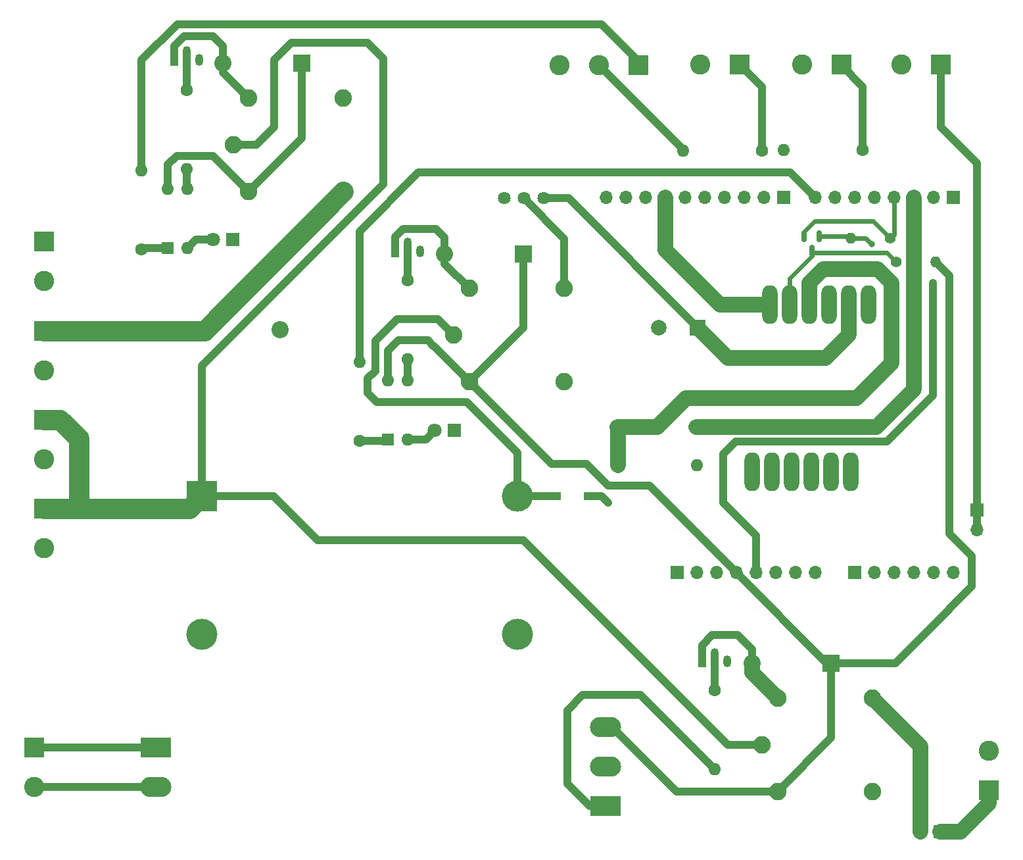
<source format=gbr>
%TF.GenerationSoftware,KiCad,Pcbnew,7.0.7*%
%TF.CreationDate,2025-08-28T15:07:29+07:00*%
%TF.ProjectId,uno-r4-shield-template,756e6f2d-7234-42d7-9368-69656c642d74,rev?*%
%TF.SameCoordinates,Original*%
%TF.FileFunction,Copper,L1,Top*%
%TF.FilePolarity,Positive*%
%FSLAX46Y46*%
G04 Gerber Fmt 4.6, Leading zero omitted, Abs format (unit mm)*
G04 Created by KiCad (PCBNEW 7.0.7) date 2025-08-28 15:07:29*
%MOMM*%
%LPD*%
G01*
G04 APERTURE LIST*
G04 Aperture macros list*
%AMRoundRect*
0 Rectangle with rounded corners*
0 $1 Rounding radius*
0 $2 $3 $4 $5 $6 $7 $8 $9 X,Y pos of 4 corners*
0 Add a 4 corners polygon primitive as box body*
4,1,4,$2,$3,$4,$5,$6,$7,$8,$9,$2,$3,0*
0 Add four circle primitives for the rounded corners*
1,1,$1+$1,$2,$3*
1,1,$1+$1,$4,$5*
1,1,$1+$1,$6,$7*
1,1,$1+$1,$8,$9*
0 Add four rect primitives between the rounded corners*
20,1,$1+$1,$2,$3,$4,$5,0*
20,1,$1+$1,$4,$5,$6,$7,0*
20,1,$1+$1,$6,$7,$8,$9,0*
20,1,$1+$1,$8,$9,$2,$3,0*%
G04 Aperture macros list end*
%TA.AperFunction,ComponentPad*%
%ADD10R,1.050000X1.500000*%
%TD*%
%TA.AperFunction,ComponentPad*%
%ADD11O,1.050000X1.500000*%
%TD*%
%TA.AperFunction,ComponentPad*%
%ADD12O,2.200000X2.200000*%
%TD*%
%TA.AperFunction,ComponentPad*%
%ADD13R,2.200000X2.200000*%
%TD*%
%TA.AperFunction,ComponentPad*%
%ADD14C,2.250000*%
%TD*%
%TA.AperFunction,ComponentPad*%
%ADD15C,2.600000*%
%TD*%
%TA.AperFunction,ComponentPad*%
%ADD16R,2.600000X2.600000*%
%TD*%
%TA.AperFunction,ComponentPad*%
%ADD17O,1.600000X1.600000*%
%TD*%
%TA.AperFunction,ComponentPad*%
%ADD18C,1.600000*%
%TD*%
%TA.AperFunction,ComponentPad*%
%ADD19R,1.700000X1.700000*%
%TD*%
%TA.AperFunction,ComponentPad*%
%ADD20O,1.700000X1.700000*%
%TD*%
%TA.AperFunction,ComponentPad*%
%ADD21C,1.400000*%
%TD*%
%TA.AperFunction,ComponentPad*%
%ADD22O,1.400000X1.400000*%
%TD*%
%TA.AperFunction,SMDPad,CuDef*%
%ADD23RoundRect,0.150000X-0.150000X0.587500X-0.150000X-0.587500X0.150000X-0.587500X0.150000X0.587500X0*%
%TD*%
%TA.AperFunction,ComponentPad*%
%ADD24C,1.635000*%
%TD*%
%TA.AperFunction,ComponentPad*%
%ADD25R,2.000000X2.000000*%
%TD*%
%TA.AperFunction,ComponentPad*%
%ADD26C,2.000000*%
%TD*%
%TA.AperFunction,ComponentPad*%
%ADD27R,1.600000X1.600000*%
%TD*%
%TA.AperFunction,ComponentPad*%
%ADD28R,4.000000X2.600000*%
%TD*%
%TA.AperFunction,ComponentPad*%
%ADD29O,4.000000X2.600000*%
%TD*%
%TA.AperFunction,SMDPad,CuDef*%
%ADD30R,1.000000X1.000000*%
%TD*%
%TA.AperFunction,ComponentPad*%
%ADD31R,1.800000X1.800000*%
%TD*%
%TA.AperFunction,ComponentPad*%
%ADD32C,1.800000*%
%TD*%
%TA.AperFunction,ComponentPad*%
%ADD33O,2.000000X5.000000*%
%TD*%
%TA.AperFunction,ComponentPad*%
%ADD34C,4.000000*%
%TD*%
%TA.AperFunction,ComponentPad*%
%ADD35R,4.000000X4.000000*%
%TD*%
%TA.AperFunction,ViaPad*%
%ADD36C,0.800000*%
%TD*%
%TA.AperFunction,Conductor*%
%ADD37C,1.000000*%
%TD*%
%TA.AperFunction,Conductor*%
%ADD38C,0.600000*%
%TD*%
%TA.AperFunction,Conductor*%
%ADD39C,2.000000*%
%TD*%
%TA.AperFunction,Conductor*%
%ADD40C,2.600000*%
%TD*%
G04 APERTURE END LIST*
D10*
%TO.P,Q2,1,C*%
%TO.N,Net-(D4-A)*%
X101610000Y-41500000D03*
D11*
%TO.P,Q2,2,B*%
%TO.N,Net-(Q2-B)*%
X103230000Y-40500000D03*
%TO.P,Q2,3,E*%
%TO.N,GND*%
X104850000Y-41500000D03*
%TD*%
D10*
%TO.P,Q1,1,C*%
%TO.N,Net-(D3-A)*%
X130055000Y-66140000D03*
D11*
%TO.P,Q1,2,B*%
%TO.N,Net-(Q1-B)*%
X131675000Y-65140000D03*
%TO.P,Q1,3,E*%
%TO.N,GND*%
X133295000Y-66140000D03*
%TD*%
%TO.P,Q3,3,E*%
%TO.N,GND*%
X172810000Y-118900000D03*
%TO.P,Q3,2,B*%
%TO.N,Net-(Q3-B)*%
X171190000Y-117900000D03*
D10*
%TO.P,Q3,1,C*%
%TO.N,Net-(D6-A)*%
X169570000Y-118900000D03*
%TD*%
D12*
%TO.P,D6,2,A*%
%TO.N,Net-(D6-A)*%
X176040000Y-119100000D03*
D13*
%TO.P,D6,1,K*%
%TO.N,+3.3V*%
X186200000Y-119100000D03*
%TD*%
D14*
%TO.P,K3,5,5*%
%TO.N,Net-(D6-A)*%
X179312500Y-123600000D03*
%TO.P,K3,4,4*%
%TO.N,Pilot_Lamp*%
X191512500Y-123600000D03*
%TO.P,K3,3,3*%
%TO.N,unconnected-(K3-Pad3)*%
X191512500Y-135600000D03*
%TO.P,K3,2,2*%
%TO.N,+3.3V*%
X179312500Y-135600000D03*
%TO.P,K3,1,1*%
%TO.N,+12V*%
X177312500Y-129600000D03*
%TD*%
D15*
%TO.P,J15,2,Pin_2*%
%TO.N,GND*%
X206520000Y-130400000D03*
D16*
%TO.P,J15,1,Pin_1*%
%TO.N,Pilot_Lamp_Out*%
X206520000Y-135480000D03*
%TD*%
D17*
%TO.P,R9,2*%
%TO.N,Net-(J17-Pin_1)*%
X171220000Y-132780000D03*
D18*
%TO.P,R9,1*%
%TO.N,Net-(Q3-B)*%
X171220000Y-122620000D03*
%TD*%
D19*
%TO.P,J19,1,Pin_1*%
%TO.N,Pilot_Lamp_Out*%
X200200000Y-140800000D03*
D20*
%TO.P,J19,2,Pin_2*%
%TO.N,Pilot_Lamp*%
X197660000Y-140800000D03*
%TD*%
D19*
%TO.P,J18,1,Pin_1*%
%TO.N,Net-(J18-Pin_1)*%
X205000000Y-99400000D03*
D20*
%TO.P,J18,2,Pin_2*%
X205000000Y-101940000D03*
%TD*%
D21*
%TO.P,R8,1*%
%TO.N,GSM_TXD*%
X194560000Y-67500000D03*
D22*
%TO.P,R8,2*%
%TO.N,+3.3V*%
X199640000Y-67500000D03*
%TD*%
D21*
%TO.P,R3,1*%
%TO.N,D3~*%
X193840000Y-64400000D03*
D22*
%TO.P,R3,2*%
%TO.N,+5V*%
X188760000Y-64400000D03*
%TD*%
D23*
%TO.P,Q4,1,G*%
%TO.N,+5V*%
X184650000Y-64162500D03*
%TO.P,Q4,2,S*%
%TO.N,D3~*%
X182750000Y-64162500D03*
%TO.P,Q4,3,D*%
%TO.N,GSM_TXD*%
X183700000Y-66037500D03*
%TD*%
D13*
%TO.P,D4,1,K*%
%TO.N,+3.3V*%
X118060000Y-41900000D03*
D12*
%TO.P,D4,2,A*%
%TO.N,Net-(D4-A)*%
X107900000Y-41900000D03*
%TD*%
D16*
%TO.P,J9,1,Pin_1*%
%TO.N,Coin_Acceptor_VCC*%
X84869042Y-76340427D03*
D15*
%TO.P,J9,2,Pin_2*%
%TO.N,GND*%
X84869042Y-81420427D03*
%TD*%
D18*
%TO.P,R7,1*%
%TO.N,Net-(Q2-B)*%
X103200000Y-45360000D03*
D17*
%TO.P,R7,2*%
%TO.N,Net-(R7-Pad2)*%
X103200000Y-55520000D03*
%TD*%
D13*
%TO.P,D7,1,K*%
%TO.N,Coin_Acceptor_VCC*%
X105040000Y-76200000D03*
D12*
%TO.P,D7,2,A*%
%TO.N,GND*%
X115200000Y-76200000D03*
%TD*%
D24*
%TO.P,S1,1,1*%
%TO.N,Net-(GSM_Module1-Vcc)*%
X149180000Y-59300000D03*
%TO.P,S1,2,2*%
%TO.N,GSM_VCC*%
X146640000Y-59300000D03*
%TO.P,S1,3,3*%
%TO.N,unconnected-(S1-Pad3)*%
X144100000Y-59300000D03*
%TD*%
D18*
%TO.P,R2,1*%
%TO.N,Net-(GSM_Module1-RXD)*%
X158711733Y-93600000D03*
D17*
%TO.P,R2,2*%
%TO.N,GND*%
X168871733Y-93600000D03*
%TD*%
D16*
%TO.P,J6,1,Pin_1*%
%TO.N,Net-(J6-Pin_1)*%
X187500000Y-42100000D03*
D15*
%TO.P,J6,2,Pin_2*%
%TO.N,GND*%
X182420000Y-42100000D03*
%TD*%
D25*
%TO.P,C1,1*%
%TO.N,Net-(GSM_Module1-Vcc)*%
X169000000Y-75900000D03*
D26*
%TO.P,C1,2*%
%TO.N,GND*%
X164000000Y-75900000D03*
%TD*%
D18*
%TO.P,R5,1*%
%TO.N,Net-(R5-Pad1)*%
X97400000Y-65840000D03*
D17*
%TO.P,R5,2*%
%TO.N,Coin_Enable*%
X97400000Y-55680000D03*
%TD*%
D27*
%TO.P,U3,1*%
%TO.N,Net-(R5-Pad1)*%
X100725000Y-65700000D03*
D17*
%TO.P,U3,2*%
%TO.N,Net-(D2-A)*%
X103265000Y-65700000D03*
%TO.P,U3,3*%
%TO.N,Net-(R7-Pad2)*%
X103265000Y-58080000D03*
%TO.P,U3,4*%
%TO.N,+3.3V*%
X100725000Y-58080000D03*
%TD*%
D27*
%TO.P,U2,1*%
%TO.N,Net-(R4-Pad1)*%
X129160000Y-90300000D03*
D17*
%TO.P,U2,2*%
%TO.N,Net-(D1-A)*%
X131700000Y-90300000D03*
%TO.P,U2,3*%
%TO.N,Net-(R6-Pad2)*%
X131700000Y-82680000D03*
%TO.P,U2,4*%
%TO.N,+3.3V*%
X129160000Y-82680000D03*
%TD*%
D18*
%TO.P,R1,1*%
%TO.N,D2*%
X168851733Y-88700000D03*
D17*
%TO.P,R1,2*%
%TO.N,Net-(GSM_Module1-RXD)*%
X158691733Y-88700000D03*
%TD*%
D16*
%TO.P,J20,1,Pin_1*%
%TO.N,Coin_Enable*%
X161380000Y-42200000D03*
D15*
%TO.P,J20,2,Pin_2*%
%TO.N,Green_LED*%
X156300000Y-42200000D03*
%TO.P,J20,3,Pin_3*%
%TO.N,GND*%
X151220000Y-42200000D03*
%TD*%
D28*
%TO.P,J12,1,Pin_1*%
%TO.N,Net-(J12-Pin_1)*%
X99205000Y-129925000D03*
D29*
%TO.P,J12,2,Pin_2*%
%TO.N,Net-(J12-Pin_2)*%
X99205000Y-135005000D03*
%TD*%
D16*
%TO.P,J7,1,Pin_1*%
%TO.N,+12V*%
X84869042Y-99240427D03*
D15*
%TO.P,J7,2,Pin_2*%
%TO.N,GND*%
X84869042Y-104320427D03*
%TD*%
D16*
%TO.P,J16,1,Pin_1*%
%TO.N,Net-(J12-Pin_1)*%
X83605000Y-129925000D03*
D15*
%TO.P,J16,2,Pin_2*%
%TO.N,Net-(J12-Pin_2)*%
X83605000Y-135005000D03*
%TD*%
D14*
%TO.P,K1,1,1*%
%TO.N,+4V*%
X137620000Y-76880000D03*
%TO.P,K1,2,2*%
%TO.N,+3.3V*%
X139620000Y-82880000D03*
%TO.P,K1,3,3*%
%TO.N,unconnected-(K1-Pad3)*%
X151820000Y-82880000D03*
%TO.P,K1,4,4*%
%TO.N,GSM_VCC*%
X151820000Y-70880000D03*
%TO.P,K1,5,5*%
%TO.N,Net-(D3-A)*%
X139620000Y-70880000D03*
%TD*%
D16*
%TO.P,J3,1,Pin_1*%
%TO.N,Net-(J18-Pin_1)*%
X200300000Y-42100000D03*
D15*
%TO.P,J3,2,Pin_2*%
%TO.N,GND*%
X195220000Y-42100000D03*
%TD*%
D16*
%TO.P,J14,1,Pin_1*%
%TO.N,Net-(J14-Pin_1)*%
X174400000Y-42105000D03*
D15*
%TO.P,J14,2,Pin_2*%
%TO.N,GND*%
X169320000Y-42105000D03*
%TD*%
D18*
%TO.P,R4,1*%
%TO.N,Net-(R4-Pad1)*%
X125445000Y-90500000D03*
D17*
%TO.P,R4,2*%
%TO.N,GSM_Reset*%
X125445000Y-80340000D03*
%TD*%
D30*
%TO.P,TP2,1,1*%
%TO.N,GND*%
X154900000Y-97600000D03*
%TD*%
D31*
%TO.P,D2,1,K*%
%TO.N,GND*%
X109175000Y-64600000D03*
D32*
%TO.P,D2,2,A*%
%TO.N,Net-(D2-A)*%
X106635000Y-64600000D03*
%TD*%
D16*
%TO.P,J8,1,Pin_1*%
%TO.N,+12V*%
X84869042Y-87775427D03*
D15*
%TO.P,J8,2,Pin_2*%
%TO.N,GND*%
X84869042Y-92855427D03*
%TD*%
D18*
%TO.P,R12,1*%
%TO.N,Net-(J14-Pin_1)*%
X177260000Y-53200000D03*
D17*
%TO.P,R12,2*%
%TO.N,Green_LED*%
X167100000Y-53200000D03*
%TD*%
D33*
%TO.P,GSM_Module1,1,Net*%
%TO.N,unconnected-(GSM_Module1-Net-Pad1)*%
X190991733Y-73000000D03*
%TO.P,GSM_Module1,2,Vcc*%
%TO.N,Net-(GSM_Module1-Vcc)*%
X188451733Y-73000000D03*
%TO.P,GSM_Module1,3,RST*%
%TO.N,unconnected-(GSM_Module1-RST-Pad3)*%
X185911733Y-73000000D03*
%TO.P,GSM_Module1,4,RXD*%
%TO.N,Net-(GSM_Module1-RXD)*%
X183371733Y-73000000D03*
%TO.P,GSM_Module1,5,TXD*%
%TO.N,GSM_TXD*%
X180831733Y-73000000D03*
%TO.P,GSM_Module1,6,GND*%
%TO.N,GND1*%
X178291733Y-73000000D03*
%TO.P,GSM_Module1,7,RING*%
%TO.N,unconnected-(GSM_Module1-RING-Pad7)*%
X188691733Y-94500000D03*
%TO.P,GSM_Module1,8,DTR*%
%TO.N,unconnected-(GSM_Module1-DTR-Pad8)*%
X186151733Y-94500000D03*
%TO.P,GSM_Module1,9,MIC+*%
%TO.N,unconnected-(GSM_Module1-MIC+-Pad9)*%
X183611733Y-94500000D03*
%TO.P,GSM_Module1,10,MIC-*%
%TO.N,unconnected-(GSM_Module1-MIC--Pad10)*%
X181071733Y-94500000D03*
%TO.P,GSM_Module1,11,SPKR+*%
%TO.N,unconnected-(GSM_Module1-SPKR+-Pad11)*%
X178531733Y-94500000D03*
%TO.P,GSM_Module1,12,SPKR-*%
%TO.N,unconnected-(GSM_Module1-SPKR--Pad12)*%
X175991733Y-94500000D03*
%TD*%
D13*
%TO.P,D3,1,K*%
%TO.N,+3.3V*%
X146600000Y-66480000D03*
D12*
%TO.P,D3,2,A*%
%TO.N,Net-(D3-A)*%
X136440000Y-66480000D03*
%TD*%
D34*
%TO.P,U1,4,Vout*%
%TO.N,+4V*%
X145820000Y-97610000D03*
%TO.P,U1,3,GND*%
%TO.N,GND*%
X145820000Y-115390000D03*
%TO.P,U1,2,GND*%
X105180000Y-115390000D03*
D35*
%TO.P,U1,1,Vin*%
%TO.N,+12V*%
X105180000Y-97610000D03*
%TD*%
D31*
%TO.P,D1,1,K*%
%TO.N,GND*%
X137700000Y-89180000D03*
D32*
%TO.P,D1,2,A*%
%TO.N,Net-(D1-A)*%
X135160000Y-89180000D03*
%TD*%
D18*
%TO.P,R6,1*%
%TO.N,Net-(Q1-B)*%
X131700000Y-69840000D03*
D17*
%TO.P,R6,2*%
%TO.N,Net-(R6-Pad2)*%
X131700000Y-80000000D03*
%TD*%
D30*
%TO.P,TP1,1,1*%
%TO.N,+4V*%
X150900000Y-97600000D03*
%TD*%
D18*
%TO.P,R11,1*%
%TO.N,Net-(J6-Pin_1)*%
X190215000Y-53105000D03*
D17*
%TO.P,R11,2*%
%TO.N,Arduino_LED*%
X180055000Y-53105000D03*
%TD*%
D16*
%TO.P,J13,1,Pin_1*%
%TO.N,GND*%
X84869042Y-64840427D03*
D15*
%TO.P,J13,2,Pin_2*%
X84869042Y-69920427D03*
%TD*%
D28*
%TO.P,J17,1,Pin_1*%
%TO.N,Net-(J17-Pin_1)*%
X157105000Y-137485000D03*
D29*
%TO.P,J17,2,Pin_2*%
%TO.N,unconnected-(J17-Pin_2-Pad2)*%
X157105000Y-132405000D03*
%TO.P,J17,3,Pin_3*%
%TO.N,+3.3V*%
X157105000Y-127325000D03*
%TD*%
D14*
%TO.P,K2,1,1*%
%TO.N,+12V*%
X109200000Y-52400000D03*
%TO.P,K2,2,2*%
%TO.N,+3.3V*%
X111200000Y-58400000D03*
%TO.P,K2,3,3*%
%TO.N,Coin_Acceptor_VCC*%
X123400000Y-58400000D03*
%TO.P,K2,4,4*%
%TO.N,unconnected-(K2-Pad4)*%
X123400000Y-46400000D03*
%TO.P,K2,5,5*%
%TO.N,Net-(D4-A)*%
X111200000Y-46400000D03*
%TD*%
D19*
%TO.P,J1,1,Pin_1*%
%TO.N,BOOT*%
X166361733Y-107465000D03*
D20*
%TO.P,J1,2,Pin_2*%
%TO.N,IOREF*%
X168901733Y-107465000D03*
%TO.P,J1,3,Pin_3*%
%TO.N,RESET*%
X171441733Y-107465000D03*
%TO.P,J1,4,Pin_4*%
%TO.N,+3.3V*%
X173981733Y-107465000D03*
%TO.P,J1,5,Pin_5*%
%TO.N,+5V*%
X176521733Y-107465000D03*
%TO.P,J1,6,Pin_6*%
%TO.N,GND*%
X179061733Y-107465000D03*
%TO.P,J1,7,Pin_7*%
X181601733Y-107465000D03*
%TO.P,J1,8,Pin_8*%
%TO.N,+VSW*%
X184141733Y-107465000D03*
%TD*%
D19*
%TO.P,J4,1,Pin_1*%
%TO.N,Arduino_LED*%
X180091733Y-59200000D03*
D20*
%TO.P,J4,2,Pin_2*%
%TO.N,D9~*%
X177551733Y-59200000D03*
%TO.P,J4,3,Pin_3*%
%TO.N,D10~*%
X175011733Y-59200000D03*
%TO.P,J4,4,Pin_4*%
%TO.N,D11~*%
X172471733Y-59200000D03*
%TO.P,J4,5,Pin_5*%
%TO.N,D12*%
X169931733Y-59200000D03*
%TO.P,J4,6,Pin_6*%
%TO.N,D13*%
X167391733Y-59200000D03*
%TO.P,J4,7,Pin_7*%
%TO.N,GND1*%
X164851733Y-59200000D03*
%TO.P,J4,8,Pin_8*%
%TO.N,AREF*%
X162311733Y-59200000D03*
%TO.P,J4,9,Pin_9*%
%TO.N,D18*%
X159771733Y-59200000D03*
%TO.P,J4,10,Pin_10*%
%TO.N,D19*%
X157231733Y-59200000D03*
%TD*%
D19*
%TO.P,J2,1,Pin_1*%
%TO.N,A0{slash}D14*%
X189226733Y-107465000D03*
D20*
%TO.P,J2,2,Pin_2*%
%TO.N,A1{slash}D15*%
X191766733Y-107465000D03*
%TO.P,J2,3,Pin_3*%
%TO.N,A2{slash}D16*%
X194306733Y-107465000D03*
%TO.P,J2,4,Pin_4*%
%TO.N,A3{slash}D17*%
X196846733Y-107465000D03*
%TO.P,J2,5,Pin_5*%
%TO.N,A4{slash}D18*%
X199386733Y-107465000D03*
%TO.P,J2,6,Pin_6*%
%TO.N,A5{slash}D19*%
X201926733Y-107465000D03*
%TD*%
D19*
%TO.P,J5,1,Pin_1*%
%TO.N,D0*%
X201891733Y-59200000D03*
D20*
%TO.P,J5,2,Pin_2*%
%TO.N,D1*%
X199351733Y-59200000D03*
%TO.P,J5,3,Pin_3*%
%TO.N,D2*%
X196811733Y-59200000D03*
%TO.P,J5,4,Pin_4*%
%TO.N,D3~*%
X194271733Y-59200000D03*
%TO.P,J5,5,Pin_5*%
%TO.N,D4*%
X191731733Y-59200000D03*
%TO.P,J5,6,Pin_6*%
%TO.N,D5~*%
X189191733Y-59200000D03*
%TO.P,J5,7,Pin_7*%
%TO.N,D6~*%
X186651733Y-59200000D03*
%TO.P,J5,8,Pin_8*%
%TO.N,GSM_Reset*%
X184111733Y-59200000D03*
%TD*%
D36*
%TO.N,+5V*%
X191400000Y-65200000D03*
X199300000Y-70200000D03*
%TO.N,GND*%
X157500000Y-98500000D03*
%TD*%
D37*
%TO.N,Net-(J17-Pin_1)*%
X152200000Y-125200000D02*
X154200000Y-123200000D01*
X161640000Y-123200000D02*
X171220000Y-132780000D01*
X155085000Y-137485000D02*
X152200000Y-134600000D01*
X152200000Y-134600000D02*
X152200000Y-125200000D01*
X154200000Y-123200000D02*
X161640000Y-123200000D01*
X157105000Y-137485000D02*
X155085000Y-137485000D01*
D38*
%TO.N,GSM_TXD*%
X193360000Y-66300000D02*
X194560000Y-67500000D01*
X183962500Y-66300000D02*
X193360000Y-66300000D01*
X183700000Y-66037500D02*
X183962500Y-66300000D01*
D37*
%TO.N,+3.3V*%
X158025000Y-127325000D02*
X157105000Y-127325000D01*
X166300000Y-135600000D02*
X158025000Y-127325000D01*
X179312500Y-135600000D02*
X166300000Y-135600000D01*
%TO.N,+12V*%
X177312500Y-129600000D02*
X172900000Y-129600000D01*
X172900000Y-129600000D02*
X146600000Y-103300000D01*
X146600000Y-103300000D02*
X146400000Y-103300000D01*
X146400000Y-103300000D02*
X120100000Y-103300000D01*
%TO.N,+3.3V*%
X186200000Y-128712500D02*
X186200000Y-119100000D01*
X179312500Y-135600000D02*
X186200000Y-128712500D01*
%TO.N,Net-(Q3-B)*%
X171190000Y-122590000D02*
X171220000Y-122620000D01*
X171190000Y-117900000D02*
X171190000Y-122590000D01*
%TO.N,Net-(D6-A)*%
X174200000Y-115500000D02*
X176040000Y-117340000D01*
X176040000Y-117340000D02*
X176040000Y-119100000D01*
X169570000Y-116830000D02*
X170900000Y-115500000D01*
X169570000Y-118900000D02*
X169570000Y-116830000D01*
X170900000Y-115500000D02*
X174200000Y-115500000D01*
D39*
X176040000Y-120327500D02*
X179312500Y-123600000D01*
X176040000Y-119100000D02*
X176040000Y-120327500D01*
D37*
%TO.N,+3.3V*%
X185616733Y-119100000D02*
X173981733Y-107465000D01*
X186200000Y-119100000D02*
X185616733Y-119100000D01*
X201400000Y-112200000D02*
X194500000Y-119100000D01*
X201400000Y-112100000D02*
X201400000Y-112200000D01*
X204300000Y-109200000D02*
X201400000Y-112100000D01*
X194500000Y-119100000D02*
X186200000Y-119100000D01*
%TO.N,Net-(D4-A)*%
X102900000Y-38400000D02*
X101610000Y-39690000D01*
X106600000Y-38400000D02*
X102900000Y-38400000D01*
X107900000Y-39700000D02*
X106600000Y-38400000D01*
X101610000Y-39690000D02*
X101610000Y-41500000D01*
X107900000Y-41900000D02*
X107900000Y-39700000D01*
%TO.N,Coin_Enable*%
X102000000Y-36900000D02*
X97400000Y-41500000D01*
X97400000Y-41500000D02*
X97400000Y-55680000D01*
X156600000Y-36900000D02*
X102000000Y-36900000D01*
X161380000Y-41680000D02*
X156600000Y-36900000D01*
X161380000Y-42200000D02*
X161380000Y-41680000D01*
%TO.N,Net-(Q2-B)*%
X103200000Y-45360000D02*
X103200000Y-40530000D01*
X103200000Y-40530000D02*
X103230000Y-40500000D01*
%TO.N,Net-(D3-A)*%
X136440000Y-64340000D02*
X136440000Y-66480000D01*
X135300000Y-63200000D02*
X136440000Y-64340000D01*
X130055000Y-64245000D02*
X131100000Y-63200000D01*
X131100000Y-63200000D02*
X135300000Y-63200000D01*
X130055000Y-66140000D02*
X130055000Y-64245000D01*
%TO.N,Net-(Q1-B)*%
X131675000Y-69815000D02*
X131700000Y-69840000D01*
X131675000Y-65140000D02*
X131675000Y-69815000D01*
D39*
%TO.N,Pilot_Lamp*%
X197660000Y-129747500D02*
X191512500Y-123600000D01*
X197660000Y-140800000D02*
X197660000Y-129747500D01*
%TO.N,Pilot_Lamp_Out*%
X206520000Y-137180000D02*
X206520000Y-135480000D01*
X202900000Y-140800000D02*
X206520000Y-137180000D01*
X200200000Y-140800000D02*
X202900000Y-140800000D01*
D38*
%TO.N,+5V*%
X190600000Y-64400000D02*
X188760000Y-64400000D01*
X191400000Y-65200000D02*
X190600000Y-64400000D01*
D37*
X199300000Y-70200000D02*
X199300000Y-70300000D01*
%TO.N,+3.3V*%
X201400000Y-69260000D02*
X199640000Y-67500000D01*
X201400000Y-102400000D02*
X201400000Y-69260000D01*
X204300000Y-105300000D02*
X201400000Y-102400000D01*
X204300000Y-109200000D02*
X204300000Y-105300000D01*
%TO.N,+5V*%
X193400000Y-90600000D02*
X199300000Y-84700000D01*
X173900000Y-90600000D02*
X193400000Y-90600000D01*
X172300000Y-92200000D02*
X173900000Y-90600000D01*
X199300000Y-84700000D02*
X199300000Y-70200000D01*
X172300000Y-98500000D02*
X172300000Y-92200000D01*
X176521733Y-102721733D02*
X172300000Y-98500000D01*
X176521733Y-107465000D02*
X176521733Y-102721733D01*
D38*
X188522500Y-64162500D02*
X188760000Y-64400000D01*
X184650000Y-64162500D02*
X188522500Y-64162500D01*
%TO.N,D3~*%
X194271733Y-63968267D02*
X193840000Y-64400000D01*
X194271733Y-59200000D02*
X194271733Y-63968267D01*
X191640000Y-62200000D02*
X193840000Y-64400000D01*
X184100000Y-62200000D02*
X191640000Y-62200000D01*
X182750000Y-64162500D02*
X182750000Y-63550000D01*
X182750000Y-63550000D02*
X184100000Y-62200000D01*
%TO.N,GSM_TXD*%
X180831733Y-69568267D02*
X180831733Y-73000000D01*
X183700000Y-66700000D02*
X180831733Y-69568267D01*
X183700000Y-66037500D02*
X183700000Y-66700000D01*
D37*
%TO.N,GND*%
X156600000Y-97600000D02*
X157500000Y-98500000D01*
X154900000Y-97600000D02*
X156600000Y-97600000D01*
%TO.N,Net-(D1-A)*%
X131700000Y-90300000D02*
X134040000Y-90300000D01*
X134040000Y-90300000D02*
X135160000Y-89180000D01*
D39*
%TO.N,D2*%
X191991733Y-88700000D02*
X168851733Y-88700000D01*
X196811733Y-83880000D02*
X191991733Y-88700000D01*
X196811733Y-59200000D02*
X196811733Y-83880000D01*
D37*
%TO.N,Net-(D2-A)*%
X106635000Y-64600000D02*
X104365000Y-64600000D01*
X104365000Y-64600000D02*
X103265000Y-65700000D01*
D39*
%TO.N,Net-(GSM_Module1-Vcc)*%
X188451733Y-76840000D02*
X185491733Y-79800000D01*
X172900000Y-79800000D02*
X169000000Y-75900000D01*
D37*
X149180000Y-59300000D02*
X152400000Y-59300000D01*
D39*
X188451733Y-73000000D02*
X188451733Y-76840000D01*
D37*
X152400000Y-59300000D02*
X169000000Y-75900000D01*
D39*
X185491733Y-79800000D02*
X172900000Y-79800000D01*
%TO.N,Net-(GSM_Module1-RXD)*%
X193991733Y-70200000D02*
X193991733Y-80500000D01*
X185191733Y-68400000D02*
X192191733Y-68400000D01*
X183371733Y-73000000D02*
X183371733Y-70220000D01*
X158711733Y-88720000D02*
X158691733Y-88700000D01*
X193991733Y-80500000D02*
X189491733Y-85000000D01*
X183371733Y-70220000D02*
X185191733Y-68400000D01*
X167491733Y-85000000D02*
X163791733Y-88700000D01*
X158711733Y-93600000D02*
X158711733Y-88720000D01*
X163791733Y-88700000D02*
X158691733Y-88700000D01*
X192191733Y-68400000D02*
X193991733Y-70200000D01*
X189491733Y-85000000D02*
X167491733Y-85000000D01*
D37*
%TO.N,+3.3V*%
X118060000Y-51540000D02*
X118060000Y-41900000D01*
X139620000Y-82880000D02*
X150240000Y-93500000D01*
X157500000Y-96300000D02*
X154700000Y-93500000D01*
X111200000Y-58400000D02*
X118060000Y-51540000D01*
X129160000Y-82680000D02*
X129160000Y-78920000D01*
X101900000Y-53800000D02*
X100725000Y-54975000D01*
X146600000Y-66480000D02*
X146600000Y-75900000D01*
X146600000Y-75900000D02*
X139620000Y-82880000D01*
X106600000Y-53800000D02*
X101900000Y-53800000D01*
X129160000Y-78920000D02*
X130500000Y-77580000D01*
X130500000Y-77580000D02*
X134300000Y-77580000D01*
X135000000Y-78280000D02*
X135020000Y-78280000D01*
X100725000Y-54975000D02*
X100725000Y-58080000D01*
X111200000Y-58400000D02*
X106600000Y-53800000D01*
X162816733Y-96300000D02*
X157500000Y-96300000D01*
X150240000Y-93500000D02*
X154700000Y-93500000D01*
X173981733Y-107465000D02*
X162816733Y-96300000D01*
X134300000Y-77580000D02*
X135000000Y-78280000D01*
X135020000Y-78280000D02*
X139620000Y-82880000D01*
%TO.N,Net-(J12-Pin_1)*%
X83605000Y-129925000D02*
X99205000Y-129925000D01*
D39*
%TO.N,GND1*%
X168291733Y-69400000D02*
X164851733Y-65960000D01*
X171891733Y-73000000D02*
X168291733Y-69400000D01*
X178291733Y-73000000D02*
X171891733Y-73000000D01*
X164851733Y-65960000D02*
X164851733Y-59200000D01*
D37*
%TO.N,Net-(D3-A)*%
X136440000Y-67700000D02*
X139620000Y-70880000D01*
X136440000Y-66480000D02*
X136440000Y-67700000D01*
%TO.N,Net-(D4-A)*%
X107900000Y-43100000D02*
X111200000Y-46400000D01*
X107900000Y-41900000D02*
X107900000Y-43100000D01*
%TO.N,GSM_Reset*%
X180911733Y-56000000D02*
X133000000Y-56000000D01*
X184111733Y-59200000D02*
X180911733Y-56000000D01*
X125445000Y-63555000D02*
X125445000Y-80340000D01*
X133000000Y-56000000D02*
X125445000Y-63555000D01*
%TO.N,Net-(J6-Pin_1)*%
X190215000Y-53105000D02*
X190215000Y-44915000D01*
X190215000Y-44915000D02*
X187500000Y-42200000D01*
D40*
%TO.N,+12V*%
X86875427Y-87775427D02*
X84869042Y-87775427D01*
D37*
X105180000Y-80820000D02*
X105180000Y-97610000D01*
X114410000Y-97610000D02*
X105180000Y-97610000D01*
X120100000Y-103300000D02*
X114410000Y-97610000D01*
D40*
X89300000Y-99240427D02*
X89300000Y-90200000D01*
D37*
X116700000Y-39300000D02*
X126500000Y-39300000D01*
D40*
X89300000Y-90200000D02*
X86875427Y-87775427D01*
D37*
X109200000Y-52400000D02*
X112200000Y-52400000D01*
D40*
X89300000Y-99240427D02*
X103549573Y-99240427D01*
D37*
X114500000Y-50100000D02*
X114500000Y-41500000D01*
X114500000Y-41500000D02*
X116700000Y-39300000D01*
X128500000Y-57500000D02*
X105180000Y-80820000D01*
X112200000Y-52400000D02*
X114500000Y-50100000D01*
D40*
X84869042Y-99240427D02*
X89300000Y-99240427D01*
X103549573Y-99240427D02*
X105180000Y-97610000D01*
D37*
X126500000Y-39300000D02*
X128500000Y-41300000D01*
X128500000Y-41300000D02*
X128500000Y-57500000D01*
D40*
%TO.N,Coin_Acceptor_VCC*%
X105459573Y-76340427D02*
X123400000Y-58400000D01*
X84869042Y-76340427D02*
X105459573Y-76340427D01*
D37*
%TO.N,Net-(J12-Pin_2)*%
X83605000Y-135005000D02*
X99205000Y-135005000D01*
%TO.N,Net-(J14-Pin_1)*%
X177260000Y-44965000D02*
X174400000Y-42105000D01*
X177260000Y-53200000D02*
X177260000Y-44965000D01*
%TO.N,+4V*%
X127700000Y-85500000D02*
X139300000Y-85500000D01*
X145820000Y-97610000D02*
X150890000Y-97610000D01*
X127500000Y-77600000D02*
X127500000Y-81500000D01*
X130300000Y-74800000D02*
X127500000Y-77600000D01*
X135540000Y-74800000D02*
X130300000Y-74800000D01*
X137620000Y-76880000D02*
X135540000Y-74800000D01*
X145820000Y-92020000D02*
X145820000Y-97610000D01*
X126500000Y-82500000D02*
X126500000Y-84300000D01*
X126500000Y-84300000D02*
X127700000Y-85500000D01*
X139300000Y-85500000D02*
X145820000Y-92020000D01*
X150890000Y-97610000D02*
X150900000Y-97600000D01*
X127500000Y-81500000D02*
X126500000Y-82500000D01*
%TO.N,GSM_VCC*%
X151820000Y-64480000D02*
X151820000Y-70880000D01*
X146640000Y-59300000D02*
X151820000Y-64480000D01*
%TO.N,Net-(R4-Pad1)*%
X128940000Y-90520000D02*
X129160000Y-90300000D01*
X125900000Y-90520000D02*
X128940000Y-90520000D01*
%TO.N,Net-(R5-Pad1)*%
X97540000Y-65700000D02*
X97400000Y-65840000D01*
X100725000Y-65700000D02*
X97540000Y-65700000D01*
%TO.N,Net-(R6-Pad2)*%
X131700000Y-79960000D02*
X131700000Y-82680000D01*
%TO.N,Net-(R7-Pad2)*%
X103200000Y-55520000D02*
X103200000Y-58015000D01*
X103200000Y-58015000D02*
X103265000Y-58080000D01*
%TO.N,Green_LED*%
X156300000Y-42200000D02*
X167100000Y-53000000D01*
X167100000Y-53000000D02*
X167100000Y-53200000D01*
%TO.N,Net-(J18-Pin_1)*%
X200300000Y-50100000D02*
X200300000Y-42300000D01*
X205000000Y-54800000D02*
X200300000Y-50100000D01*
X205000000Y-102200000D02*
X205000000Y-54800000D01*
%TD*%
M02*

</source>
